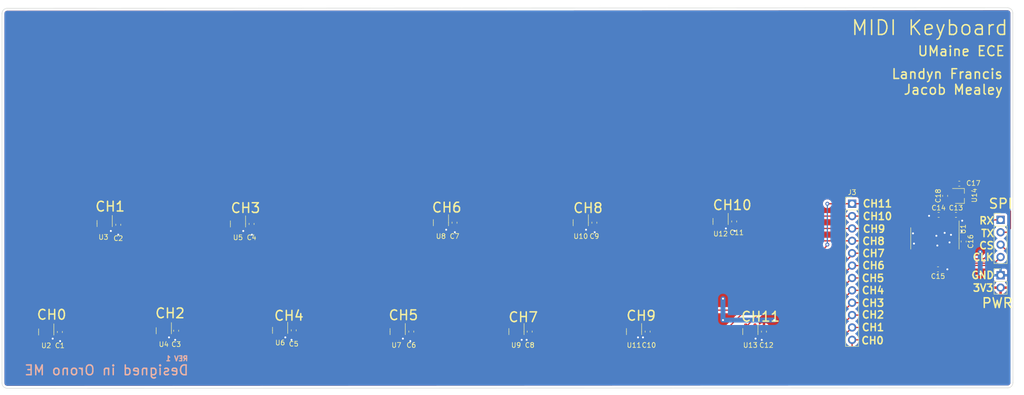
<source format=kicad_pcb>
(kicad_pcb (version 20211014) (generator pcbnew)
  (layers (0 "F.Cu" signal) (31 "B.Cu" signal) (34 "B.Paste" user) (35 "F.Paste" user) (36 "B.SilkS" user "B.Silkscreen") (37 "F.SilkS" user "F.Silkscreen") (38 "B.Mask" user) (39 "F.Mask" user) (44 "Edge.Cuts" user))
  (net 0 "")
  (net 1 "GND")
  (net 2 "+3.3V")
  (net 3 "+2V5")
  (net 4 "RX")
  (net 5 "TX")
  (net 6 "CS")
  (net 7 "SCLK")
  (net 8 "CH11")
  (net 9 "CH10")
  (net 10 "CH09")
  (net 11 "CH08")
  (net 12 "CH07")
  (net 13 "CH06")
  (net 14 "CH05")
  (net 15 "CH04")
  (net 16 "CH03")
  (net 17 "CH02")
  (net 18 "CH01")
  (net 19 "CH00")
  (net 22 "Net-(U1-Pad7)")
  (footprint "Capacitor_SMD:C_0603_1608Metric" (layer "F.Cu") (at 249.413 89.656)
    (fp_text reference "C13")
    (fp_text value "10uF")
  )
  (footprint "Capacitor_SMD:C_0603_1608Metric" (layer "F.Cu") (at 245.73 100.838 180)
    (fp_text reference "C15")
    (fp_text value "1uF")
  )
  (footprint "Package_TO_SOT_SMD:SOT-23" (layer "F.Cu") (at 110.69075 113.3625 -90)
    (fp_text reference "U6")
    (fp_text value "DRV5053")
  )
  (footprint "Connector_PinHeader_2.54mm:PinHeader_1x04_P2.54mm_Vertical" (layer "F.Cu") (at 258.572 90.688)
    (fp_text reference "J1" hide)
    (fp_text value "SPI Header" hide)
  )
  (footprint "Capacitor_SMD:C_0603_1608Metric" (layer "F.Cu") (at 113.48475 113.3625 90)
    (fp_text reference "C5")
    (fp_text value "1uF")
  )
  (footprint "Connector_PinHeader_2.54mm:PinHeader_1x02_P2.54mm_Vertical" (layer "F.Cu") (at 258.572 102.056)
    (fp_text reference "J2" hide)
    (fp_text value "Power Header" hide)
  )
  (footprint "Capacitor_SMD:C_0603_1608Metric" (layer "F.Cu") (at 210.00475 113.6165 90)
    (fp_text reference "C12")
    (fp_text value "1uF")
  )
  (footprint "Capacitor_SMD:C_0603_1608Metric" (layer "F.Cu") (at 245.857 89.656)
    (fp_text reference "C14")
    (fp_text value "1uF")
  )
  (footprint "Capacitor_SMD:C_0603_1608Metric" (layer "F.Cu") (at 146.492 91.2645 90)
    (fp_text reference "C7")
    (fp_text value "1uF")
  )
  (footprint "Capacitor_SMD:C_0603_1608Metric" (layer "F.Cu") (at 89.35475 113.441 90)
    (fp_text reference "C3")
    (fp_text value "1uF")
  )
  (footprint "Capacitor_SMD:C_0603_1608Metric" (layer "F.Cu") (at 250.994 95.123 -90)
    (fp_text reference "C16")
    (fp_text value "1uF")
  )
  (footprint "Capacitor_SMD:C_0603_1608Metric" (layer "F.Cu") (at 65.47875 113.695 90)
    (fp_text reference "C1")
    (fp_text value "1uF")
  )
  (footprint "Capacitor_SMD:C_0603_1608Metric" (layer "F.Cu") (at 175.194 91.2645 90)
    (fp_text reference "C9")
    (fp_text value "1uF")
  )
  (footprint "Capacitor_SMD:C_0603_1608Metric" (layer "F.Cu") (at 186.12875 113.6165 90)
    (fp_text reference "C10")
    (fp_text value "1uF")
  )
  (footprint "Package_TO_SOT_SMD:TSOT-23" (layer "F.Cu") (at 250.194 85.756)
    (fp_text reference "U14")
    (fp_text value "AP2138N-2.5" hide)
  )
  (footprint "Capacitor_SMD:C_0603_1608Metric" (layer "F.Cu") (at 203.896 91.0105 90)
    (fp_text reference "C11")
    (fp_text value "1uF")
  )
  (footprint "Package_TO_SOT_SMD:SOT-23" (layer "F.Cu") (at 102.042 91.5185 -90)
    (fp_text reference "U5")
    (fp_text value "DRV5053")
  )
  (footprint "Package_TO_SOT_SMD:SOT-23" (layer "F.Cu") (at 159.20475 113.6165 -90)
    (fp_text reference "U9")
    (fp_text value "DRV5053")
  )
  (footprint "Connector_PinHeader_2.54mm:PinHeader_1x12_P2.54mm_Vertical" (layer "F.Cu") (at 228.092 87.371)
    (fp_text reference "J3")
    (fp_text value "Key Channels")
  )
  (footprint "Capacitor_SMD:C_0603_1608Metric" (layer "F.Cu") (at 137.61475 113.6165 90)
    (fp_text reference "C6")
    (fp_text value "1uF")
  )
  (footprint "Package_TO_SOT_SMD:SOT-23" (layer "F.Cu") (at 74.676 91.44 -90)
    (fp_text reference "U3")
    (fp_text value "DRV5053")
  )
  (footprint "Capacitor_SMD:C_0603_1608Metric" (layer "F.Cu") (at 104.836 91.5185 90)
    (fp_text reference "C4")
    (fp_text value "1uF")
  )
  (footprint "Package_TO_SOT_SMD:SOT-23" (layer "F.Cu") (at 62.68475 113.695 -90)
    (fp_text reference "U2")
    (fp_text value "DRV5053")
  )
  (footprint "Package_TO_SOT_SMD:SOT-23" (layer "F.Cu") (at 134.82075 113.6165 -90)
    (fp_text reference "U7")
    (fp_text value "DRV5053")
  )
  (footprint "Capacitor_SMD:C_0603_1608Metric" (layer "F.Cu") (at 247.194 85.756 90)
    (fp_text reference "C18")
    (fp_text value "1uF")
  )
  (footprint "Package_TO_SOT_SMD:SOT-23" (layer "F.Cu") (at 143.698 91.2645 -90)
    (fp_text reference "U8")
    (fp_text value "DRV5053")
  )
  (footprint "Package_TO_SOT_SMD:SOT-23" (layer "F.Cu") (at 207.21075 113.6165 -90)
    (fp_text reference "U13")
    (fp_text value "DRV5053")
  )
  (footprint "Package_TO_SOT_SMD:SOT-23" (layer "F.Cu") (at 201.102 91.0105 -90)
    (fp_text reference "U12")
    (fp_text value "DRV5053")
  )
  (footprint "Capacitor_SMD:C_0603_1608Metric" (layer "F.Cu") (at 161.92025 113.6165 90)
    (fp_text reference "C8")
    (fp_text value "1uF")
  )
  (footprint "Package_TO_SOT_SMD:SOT-23" (layer "F.Cu") (at 172.4 91.2645 -90)
    (fp_text reference "U10")
    (fp_text value "DRV5053")
  )
  (footprint "Package_SO:TSSOP-38_4.4x9.7mm_P0.5mm" (layer "F.Cu") (at 245.095 94.488 -90)
    (fp_text reference "U1")
    (fp_text value "ADS7960")
  )
  (footprint "Capacitor_SMD:C_0603_1608Metric" (layer "F.Cu") (at 250.094 83.256 180)
    (fp_text reference "C17")
    (fp_text value "1uF")
  )
  (footprint "Package_TO_SOT_SMD:SOT-23" (layer "F.Cu") (at 183.33475 113.6165 -90)
    (fp_text reference "U11")
    (fp_text value "DRV5053")
  )
  (footprint "Package_TO_SOT_SMD:SOT-23" (layer "F.Cu") (at 86.81475 113.441 -90)
    (fp_text reference "U4")
    (fp_text value "DRV5053")
  )
  (footprint "Capacitor_SMD:C_0603_1608Metric" (layer "F.Cu") (at 77.47 91.694 90)
    (fp_text reference "C2")
    (fp_text value "1uF")
  )
  (gr_arc (start 261.116183 124.078183) (mid 260.794 124.856) (end 260.016183 125.178183) (layer "Edge.Cuts") (width 0.1))
  (gr_arc (start 259.994 47.156) (mid 260.771817 47.478183) (end 261.094 48.256) (layer "Edge.Cuts") (width 0.1))
  (gr_line (start 261.094 48.256) (end 261.116183 124.078183) (layer "Edge.Cuts") (width 0.1))
  (gr_line (start 260.016183 125.178183) (end 54.694 125.256) (layer "Edge.Cuts") (width 0.1))
  (gr_arc (start 53.594 48.356) (mid 53.916183 47.578183) (end 54.694 47.256) (layer "Edge.Cuts") (width 0.1))
  (gr_line (start 53.594 124.156) (end 53.594 48.356) (layer "Edge.Cuts") (width 0.1))
  (gr_line (start 54.694 47.256) (end 259.994 47.156) (layer "Edge.Cuts") (width 0.1))
  (gr_arc (start 54.694 125.256) (mid 53.916183 124.933817) (end 53.594 124.156) (layer "Edge.Cuts") (width 0.1))
  (gr_text "Designed in Orono ME " (at 74.294 121.556) (layer "B.SilkS") (effects (font (size 2 2) (thickness 0.3)) (justify mirror)))
  (gr_text "REV 1" (at 87.094 119.156) (layer "B.SilkS") (effects (font (size 1 1) (thickness 0.25)) (justify right mirror)))
  (gr_text "CH5\n" (at 135.994 110.256) (layer "F.SilkS") (effects (font (size 2 2) (thickness 0.3))))
  (gr_text "GND\n" (at 254.894 102.056) (layer "F.SilkS") (effects (font (size 1.5 1.5) (thickness 0.3))))
  (gr_text "CH1\n" (at 232.394 112.756) (layer "F.SilkS") (effects (font (size 1.5 1.5) (thickness 0.3))))
  (gr_text "MIDI Keyboard" (at 260.294 51.256) (layer "F.SilkS") (effects (font (size 3 3) (thickness 0.3)) (justify right)))
  (gr_text "UMaine ECE" (at 259.594 56.056) (layer "F.SilkS") (effects (font (size 2 2) (thickness 0.3)) (justify right)))
  (gr_text "CH7" (at 232.494 97.556) (layer "F.SilkS") (effects (font (size 1.5 1.5) (thickness 0.3))))
  (gr_text "CH6\n" (at 144.894 88.156) (layer "F.SilkS") (effects (font (size 2 2) (thickness 0.3))))
  (gr_text "CH0\n" (at 232.294 115.456) (layer "F.SilkS") (effects (font (size 1.5 1.5) (thickness 0.3))))
  (gr_text "CLK\n" (at 254.994 98.356) (layer "F.SilkS") (effects (font (size 1.5 1.5) (thickness 0.3))))
  (gr_text "TX\n" (at 255.894 93.456) (layer "F.SilkS") (effects (font (size 1.5 1.5) (thickness 0.3))))
  (gr_text "CH10" (at 203.494 87.656) (layer "F.SilkS") (effects (font (size 2 2) (thickness 0.3))))
  (gr_text "CH11" (at 209.294 110.556) (layer "F.SilkS") (effects (font (size 2 2) (thickness 0.3))))
  (gr_text "CH4" (at 112.494 110.356) (layer "F.SilkS") (effects (font (size 2 2) (thickness 0.3))))
  (gr_text "Landyn Francis\nJacob Mealey" (at 259.194 62.356) (layer "F.SilkS") (effects (font (size 2 2) (thickness 0.3)) (justify right)))
  (gr_text "CH7" (at 160.594 110.656) (layer "F.SilkS") (effects (font (size 2 2) (thickness 0.3))))
  (gr_text "PWR" (at 257.894 107.756) (layer "F.SilkS") (effects (font (size 2 2) (thickness 0.3))))
  (gr_text "CH3" (at 232.394 107.756) (layer "F.SilkS") (effects (font (size 1.5 1.5) (thickness 0.3))))
  (gr_text "CH10" (at 233.294 89.956) (layer "F.SilkS") (effects (font (size 1.5 1.5) (thickness 0.3))))
  (gr_text "CH11\n" (at 233.294 87.356) (layer "F.SilkS") (effects (font (size 1.5 1.5) (thickness 0.3))))
  (gr_text "3V3\n" (at 254.994 104.656) (layer "F.SilkS") (effects (font (size 1.5 1.5) (thickness 0.3))))
  (gr_text "CH8" (at 173.894 88.256) (layer "F.SilkS") (effects (font (size 2 2) (thickness 0.3))))
  (gr_text "CH2\n" (at 88.094 109.856) (layer "F.SilkS") (effects (font (size 2 2) (thickness 0.3))))
  (gr_text "CH8" (at 232.494 95.056) (layer "F.SilkS") (effects (font (size 1.5 1.5) (thickness 0.3))))
  (gr_text "CH9" (at 232.594 92.556) (layer "F.SilkS") (effects (font (size 1.5 1.5) (thickness 0.3))))
  (gr_text "CH3" (at 103.594 88.256) (layer "F.SilkS") (effects (font (size 2 2) (thickness 0.3))))
  (gr_text "CS\n" (at 255.694 95.956) (layer "F.SilkS") (effects (font (size 1.5 1.5) (thickness 0.3))))
  (gr_text "CH4" (at 232.394 105.156) (layer "F.SilkS") (effects (font (size 1.5 1.5) (thickness 0.3))))
  (gr_text "SPI" (at 258.594 87.356) (layer "F.SilkS") (effects (font (size 2 2) (thickness 0.3))))
  (gr_text "CH6" (at 232.494 100.056) (layer "F.SilkS") (effects (font (size 1.5 1.5) (thickness 0.3))))
  (gr_text "CH2" (at 232.394 110.156) (layer "F.SilkS") (effects (font (size 1.5 1.5) (thickness 0.3))))
  (gr_text "CH0\n" (at 63.794 110.156) (layer "F.SilkS") (effects (font (size 2 2) (thickness 0.3))))
  (gr_text "CH1\n" (at 75.794 87.956) (layer "F.SilkS") (effects (font (size 2 2) (thickness 0.3))))
  (gr_text "CH9" (at 184.794 110.356) (layer "F.SilkS") (effects (font (size 2 2) (thickness 0.3))))
  (gr_text "CH5" (at 232.394 102.656) (layer "F.SilkS") (effects (font (size 1.5 1.5) (thickness 0.3))))
  (gr_text "RX" (at 255.694 90.856) (layer "F.SilkS") (effects (font (size 1.5 1.5) (thickness 0.3))))
  (segment (start 183.33475 114.554) (end 183.896 114.554) (width 0.25) (layer "F.Cu") (net 1))
  (segment (start 159.512 114.554) (end 160.274 115.316) (width 0.25) (layer "F.Cu") (net 1))
  (segment (start 245.595 90.429) (end 245.082 89.916) (width 0.25) (layer "F.Cu") (net 1))
  (segment (start 87.4545 114.3785) (end 87.884 114.808) (width 0.25) (layer "F.Cu") (net 1))
  (segment (start 247.095 91.6255) (end 247.095 93.171) (width 0.25) (layer "F.Cu") (net 1))
  (segment (start 247.142 93.308) (end 247.094 93.356) (width 0.25) (layer "F.Cu") (net 1))
  (segment (start 245.082 89.916) (end 245.082 91.6125) (width 0.25) (layer "F.Cu") (net 1))
  (segment (start 207.772 114.554) (end 208.28 115.062) (width 0.25) (layer "F.Cu") (net 1))
  (segment (start 245.593478 93.218) (end 245.594 93.218522) (width 0.25) (layer "F.Cu") (net 1))
  (segment (start 172.974 92.202) (end 172.4 92.202) (width 0.25) (layer "F.Cu") (net 1))
  (segment (start 245.11 93.218) (end 245.593478 93.218) (width 0.25) (layer "F.Cu") (net 1))
  (segment (start 240.792 95.504) (end 240.792 95.554) (width 0.25) (layer "F.Cu") (net 1))
  (segment (start 247.142 93.218) (end 247.142 93.308) (width 0.25) (layer "F.Cu") (net 1))
  (segment (start 104.836 93.66) (end 104.902 93.726) (width 0.25) (layer "F.Cu") (net 1))
  (segment (start 146.492 92.0395) (end 146.492 93.152) (width 0.25) (layer "F.Cu") (net 1))
  (segment (start 207.21075 114.554) (end 207.772 114.554) (width 0.25) (layer "F.Cu") (net 1))
  (segment (start 113.48475 114.86125) (end 113.03 115.316) (width 0.25) (layer "F.Cu") (net 1))
  (segment (start 246.505 100.838) (end 247.65 100.838) (width 0.25) (layer "F.Cu") (net 1))
  (segment (start 248.595 91.6255) (end 248.595 93.543) (width 0.25) (layer "F.Cu") (net 1))
  (segment (start 74.676 92.3775) (end 75.3595 92.3775) (width 0.25) (layer "F.Cu") (net 1))
  (segment (start 245.595 91.6255) (end 245.595 90.429) (width 0.25) (layer "F.Cu") (net 1))
  (segment (start 250.188 90.35) (end 250.188 89.916) (width 0.25) (layer "F.Cu") (net 1))
  (segment (start 245.095 91.6255) (end 245.095 93.203) (width 0.25) (layer "F.Cu") (net 1))
  (segment (start 250.694 90.856) (end 250.188 90.35) (width 0.25) (layer "F.Cu") (net 1))
  (segment (start 161.92025 114.68575) (end 161.29 115.316) (width 0.25) (layer "F.Cu") (net 1))
  (segment (start 144.272 92.202) (end 144.78 92.71) (width 0.25) (layer "F.Cu") (net 1))
  (segment (start 102.616 92.456) (end 103.124 92.964) (width 0.25) (layer "F.Cu") (net 1))
  (segment (start 247.095 93.171) (end 247.142 93.218) (width 0.25) (layer "F.Cu") (net 1))
  (segment (start 245.594 93.218522) (end 245.594522 93.218) (width 0.25) (layer "F.Cu") (net 1))
  (segment (start 89.35475 114.216) (end 89.35475 115.11525) (width 0.25) (layer "F.Cu") (net 1))
  (segment (start 183.896 114.554) (end 184.15 114.808) (width 0.25) (layer "F.Cu") (net 1))
  (segment (start 245.594 93.218522) (end 245.594 93.756) (width 0.25) (layer "F.Cu") (net 1))
  (segment (start 201.102 91.948) (end 201.676 91.948) (width 0.25) (layer "F.Cu") (net 1))
  (segment (start 240.792 95.554) (end 240.794 95.556) (width 0.25) (layer "F.Cu") (net 1))
  (segment (start 65.47875 115.51675) (end 65.532 115.57) (width 0.25) (layer "F.Cu") (net 1))
  (segment (start 248.412 93.726) (end 248.412 93.738) (width 0.25) (layer "F.Cu") (net 1))
  (segment (start 240.595 97.3505) (end 240.595 95.701) (width 0.25) (layer "F.Cu") (net 1))
  (segment (start 210.00475 114.3915) (end 210.00475 114.86125) (width 0.25) (layer "F.Cu") (net 1))
  (segment (start 159.20475 114.554) (end 159.512 114.554) (width 0.25) (layer "F.Cu") (net 1))
  (segment (start 62.68475 114.6325) (end 63.5785 114.6325) (width 0.25) (layer "F.Cu") (net 1))
  (segment (start 250.81 93.272) (end 250.81 94.348) (width 0.25) (layer "F.Cu") (net 1))
  (segment (start 240.595 95.701) (end 240.792 95.504) (width 0.25) (layer "F.Cu") (net 1))
  (segment (start 248.095 97.3505) (end 248.095 95.313) (width 0.25) (layer "F.Cu") (net 1))
  (segment (start 173.482 92.71) (end 172.974 92.202) (width 0.25) (layer "F.Cu") (net 1))
  (segment (start 137.61475 114.3915) (end 137.61475 115.36925) (width 0.25) (layer "F.Cu") (net 1))
  (segment (start 203.896 91.7855) (end 203.896 92.898) (width 0.25) (layer "F.Cu") (net 1))
  (segment (start 243.954 89.916) (end 243.894 89.856) (width 0.25) (layer "F.Cu") (net 1))
  (segment (start 175.26 93.218) (end 175.26 93.096) (width 0.25) (layer "F.Cu") (net 1))
  (segment (start 146.492 93.152) (end 146.558 93.218) (width 0.25) (layer "F.Cu") (net 1))
  (segment (start 161.92025 114.3915) (end 161.92025 114.68575) (width 0.25) (layer "F.Cu") (net 1))
  (segment (start 210.00475 114.86125) (end 209.55 115.316) (width 0.25) (layer "F.Cu") (net 1))
  (segment (start 175.26 93.096) (end 175.194 93.03) (width 0.25) (layer "F.Cu") (net 1))
  (segment (start 245.594 93.756) (end 245.394 93.956) (width 0.25) (layer "F.Cu") (net 1))
  (segment (start 240.595 91.6255) (end 240.595 93.415) (width 0.25) (layer "F.Cu") (net 1))
  (segment (start 102.042 92.456) (end 102.616 92.456) (width 0.25) (layer "F.Cu") (net 1))
  (segment (start 110.69075 114.3) (end 111.252 114.3) (width 0.25) (layer "F.Cu") (net 1))
  (segment (start 175.194 93.03) (end 175.194 92.0395) (width 0.25) (layer "F.Cu") (net 1))
  (segment (start 245.095 93.203) (end 245.11 93.218) (width 0.25) (layer "F.Cu") (net 1))
  (segment (start 245.595 96.035) (end 245.618 96.012) (width 0.25) (layer "F.Cu") (net 1))
  (segment (start 134.82075 114.554) (end 135.382 114.554) (width 0.25) (layer "F.Cu") (net 1))
  (segment (start 248.595 93.543) (end 248.412 93.726) (width 0.25) (layer "F.Cu") (net 1))
  (segment (start 65.47875 114.47) (end 65.47875 115.51675) (width 0.25) (layer "F.Cu") (net 1))
  (segment (start 245.595 97.3505) (end 245.595 96.035) (width 0.25) (layer "F.Cu") (net 1))
  (segment (start 113.48475 114.1375) (end 113.48475 114.86125) (width 0.25) (layer "F.Cu") (net 1))
  (segment (start 135.382 114.554) (end 135.89 115.062) (width 0.25) (layer "F.Cu") (net 1))
  (segment (start 250.594 93.056) (end 250.81 93.272) (width 0.25) (layer "F.Cu") (net 1))
  (segment (start 77.47 92.469) (end 77.47 93.726) (width 0.25) (layer "F.Cu") (net 1))
  (segment (start 185.5825 114.3915) (end 185.166 114.808) (width 0.25) (layer "F.Cu") (net 1))
  (segment (start 245.595 91.6255) (end 245.595 93.195) (width 0.25) (layer "F.Cu") (net 1))
  (segment (start 245.082 91.6125) (end 245.095 91.6255) (width 0.25) (layer "F.Cu") (net 1))
  (segment (start 104.836 92.2935) (end 104.836 93.66) (width 0.25) (layer "F.Cu") (net 1))
  (segment (start 89.35475 115.11525) (end 89.154 115.316) (width 0.25) (layer "F.Cu") (net 1))
  (segment (start 86.81475 114.3785) (end 87.4545 114.3785) (width 0.25) (layer "F.Cu") (net 1))
  (segment (start 201.676 91.948) (end 202.184 92.456) (width 0.25) (layer "F.Cu") (net 1))
  (segment (start 186.12875 114.3915) (end 185.5825 114.3915) (width 0.25) (layer "F.Cu") (net 1))
  (segment (start 75.3595 92.3775) (end 75.946 92.964) (width 0.25) (layer "F.Cu") (net 1))
  (segment (start 111.252 114.3) (end 111.76 114.808) (width 0.25) (layer "F.Cu") (net 1))
  (segment (start 63.5785 114.6325) (end 64.008 115.062) (width 0.25) (layer "F.Cu") (net 1))
  (segment (start 245.082 89.916) (end 243.954 89.916) (width 0.25) (layer "F.Cu") (net 1))
  (segment (start 248.412 93.738) (end 248.394 93.756) (width 0.25) (layer "F.Cu") (net 1))
  (segment (start 137.61475 115.36925) (end 137.414 115.57) (width 0.25) (layer "F.Cu") (net 1))
  (segment (start 143.698 92.202) (end 144.272 92.202) (width 0.25) (layer "F.Cu") (net 1))
  (segment (start 203.896 92.898) (end 203.962 92.964) (width 0.25) (layer "F.Cu") (net 1))
  (via (at 104.902 93.726) (size 0.8) (drill 0.4) (layers "F.Cu" "B.Cu") (net 1))
  (via (at 203.962 92.964) (size 0.8) (drill 0.4) (layers "F.Cu" "B.Cu") (net 1))
  (via (at 87.884 114.808) (size 0.8) (drill 0.4) (layers "F.Cu" "B.Cu") (net 1))
  (via (at 247.65 100.838) (size 0.8) (drill 0.4) (layers "F.Cu" "B.Cu") (net 1))
  (via (at 185.166 114.808) (size 0.8) (drill 0.4) (layers "F.Cu" "B.Cu") (net 1))
  (via (at 111.76 114.808) (size 0.8) (drill 0.4) (layers "F.Cu" "B.Cu") (net 1))
  (via (at 77.47 93.726) (size 0.8) (drill 0.4) (layers "F.Cu" "B.Cu") (net 1))
  (via (at 175.26 93.218) (size 0.8) (drill 0.4) (layers "F.Cu" "B.Cu") (net 1))
  (via (at 245.394 93.956) (size 0.8) (drill 0.4) (layers "F.Cu" "B.Cu") (net 1))
  (via (at 248.394 93.756) (size 0.8) (drill 0.4) (layers "F.Cu" "B.Cu") (net 1))
  (via (at 65.532 115.57) (size 0.8) (drill 0.4) (layers "F.Cu" "B.Cu") (net 1))
  (via (at 103.124 92.964) (size 0.8) (drill 0.4) (layers "F.Cu" "B.Cu") (net 1))
  (via (at 137.414 115.57) (size 0.8) (drill 0.4) (layers "F.Cu" "B.Cu") (net 1))
  (via (at 202.184 92.456) (size 0.8) (drill 0.4) (layers "F.Cu" "B.Cu") (net 1))
  (via (at 160.274 115.316) (size 0.8) (drill 0.4) (layers "F.Cu" "B.Cu") (net 1))
  (via (at 184.15 114.808) (size 0.8) (drill 0.4) (layers "F.Cu" "B.Cu") (net 1))
  (via (at 89.154 115.316) (size 0.8) (drill 0.4) (layers "F.Cu" "B.Cu") (net 1))
  (via (at 75.946 92.964) (size 0.8) (drill 0.4) (layers "F.Cu" "B.Cu") (net 1))
  (via (at 250.594 93.056) (size 0.8) (drill 0.4) (layers "F.Cu" "B.Cu") (net 1))
  (via (at 135.89 115.062) (size 0.8) (drill 0.4) (layers "F.Cu" "B.Cu") (net 1))
  (via (at 245.594 95.956) (size 0.8) (drill 0.4) (layers "F.Cu" "B.Cu") (net 1))
  (via (at 113.03 115.316) (size 0.8) (drill 0.4) (layers "F.Cu" "B.Cu") (net 1))
  (via (at 248.095 95.313) (size 0.8) (drill 0.4) (layers "F.Cu" "B.Cu") (net 1))
  (via (at 240.794 95.556) (size 0.8) (drill 0.4) (layers "F.Cu" "B.Cu") (net 1))
  (via (at 250.694 90.856) (size 0.8) (drill 0.4) (layers "F.Cu" "B.Cu") (net 1))
  (via (at 247.094 93.356) (size 0.8) (drill 0.4) (layers "F.Cu" "B.Cu") (net 1))
  (via (at 209.55 115.316) (size 0.8) (drill 0.4) (layers "F.Cu" "B.Cu") (net 1))
  (via (at 144.78 92.71) (size 0.8) (drill 0.4) (layers "F.Cu" "B.Cu") (net 1))
  (via (at 208.28 115.062) (size 0.8) (drill 0.4) (layers "F.Cu" "B.Cu") (net 1))
  (via (at 64.008 115.062) (size 0.8) (drill 0.4) (layers "F.Cu" "B.Cu") (net 1))
  (via (at 243.894 89.856) (size 0.8) (drill 0.4) (layers "F.Cu" "B.Cu") (net 1))
  (via (at 240.594 93.456) (size 0.8) (drill 0.4) (layers "F.Cu" "B.Cu") (net 1))
  (via (at 146.558 93.218) (size 0.8) (drill 0.4) (layers "F.Cu" "B.Cu") (net 1))
  (via (at 161.29 115.316) (size 0.8) (drill 0.4) (layers "F.Cu" "B.Cu") (net 1))
  (via (at 173.482 92.71) (size 0.8) (drill 0.4) (layers "F.Cu" "B.Cu") (net 1))
  (segment locked (start 137.45225 112.679) (end 137.61475 112.8415) (width 0.25) (layer "F.Cu") (net 2))
  (segment locked (start 89.19225 112.5035) (end 89.35475 112.666) (width 0.25) (layer "F.Cu") (net 2))
  (segment (start 248.595 97.3505) (end 248.595 96.547315) (width 0.25) (layer "F.Cu") (net 2))
  (segment locked (start 135.77075 112.679) (end 137.45225 112.679) (width 0.25) (layer "F.Cu") (net 2))
  (segment locked (start 111.64075 112.425) (end 113.32225 112.425) (width 0.25) (layer "F.Cu") (net 2))
  (segment (start 247.595 91.6255) (end 247.595 90.384) (width 0.25) (layer "F.Cu") (net 2))
  (segment locked (start 77.3075 90.7565) (end 77.47 90.919) (width 0.25) (layer "F.Cu") (net 2))
  (segment locked (start 87.51075 112.5035) (end 89.19225 112.5035) (width 0.25) (layer "F.Cu") (net 2))
  (segment locked (start 202.052 90.073) (end 203.7335 90.073) (width 0.25) (layer "F.Cu") (net 2))
  (segment locked (start 113.32225 112.425) (end 113.48475 112.5875) (width 0.25) (layer "F.Cu") (net 2))
  (segment locked (start 75.626 90.7565) (end 77.3075 90.7565) (width 0.25) (layer "F.Cu") (net 2))
  (segment (start 249.244315 95.898) (end 250.81 95.898) (width 0.25) (layer "F.Cu") (net 2))
  (segment locked (start 208.16075 112.679) (end 209.84225 112.679) (width 0.25) (layer "F.Cu") (net 2))
  (segment locked (start 175.0315 90.327) (end 175.194 90.4895) (width 0.25) (layer "F.Cu") (net 2))
  (segment locked (start 173.35 90.327) (end 175.0315 90.327) (width 0.25) (layer "F.Cu") (net 2))
  (segment locked (start 160.15475 112.679) (end 161.75775 112.679) (width 0.25) (layer "F.Cu") (net 2))
  (segment (start 248.595 96.547315) (end 249.244315 95.898) (width 0.25) (layer "F.Cu") (net 2))
  (segment locked (start 203.7335 90.073) (end 203.896 90.2355) (width 0.25) (layer "F.Cu") (net 2))
  (segment locked (start 63.63475 112.7575) (end 65.31625 112.7575) (width 0.25) (layer "F.Cu") (net 2))
  (segment (start 247.595 90.384) (end 247.127 89.916) (width 0.25) (layer "F.Cu") (net 2))
  (segment locked (start 146.3295 90.327) (end 146.492 90.4895) (width 0.25) (layer "F.Cu") (net 2))
  (segment locked (start 65.31625 112.7575) (end 65.47875 112.92) (width 0.25) (layer "F.Cu") (net 2))
  (segment locked (start 144.648 90.327) (end 146.3295 90.327) (width 0.25) (layer "F.Cu") (net 2))
  (segment locked (start 185.96625 112.679) (end 186.12875 112.8415) (width 0.25) (layer "F.Cu") (net 2))
  (segment (start 247.127 89.916) (end 246.632 89.916) (width 0.25) (layer "F.Cu") (net 2))
  (segment locked (start 104.6735 90.581) (end 104.836 90.7435) (width 0.25) (layer "F.Cu") (net 2))
  (segment (start 245.095 97.3505) (end 245.095 100.698) (width 0.25) (layer "F.Cu") (net 2))
  (segment locked (start 209.84225 112.679) (end 210.00475 112.8415) (width 0.25) (layer "F.Cu") (net 2))
  (segment locked (start 184.28475 112.679) (end 185.96625 112.679) (width 0.25) (layer "F.Cu") (net 2))
  (segment locked (start 102.992 90.581) (end 104.6735 90.581) (width 0.25) (layer "F.Cu") (net 2))
  (segment locked (start 161.75775 112.679) (end 161.92025 112.8415) (width 0.25) (layer "F.Cu") (net 2))
  (segment (start 245.095 100.698) (end 244.955 100.838) (width 0.25) (layer "F.Cu") (net 2))
  (via (at 254.394 97.256) (size 0.8) (drill 0.4) (layers "F.Cu" "B.Cu") (net 2))
  (via (at 201.594 106.856) (size 0.8) (drill 0.4) (layers "F.Cu" "B.Cu") (net 2))
  (via (at 201.594 111.256) (size 0.8) (drill 0.4) (layers "F.Cu" "B.Cu") (net 2))
  (via (at 254.394 101.756) (size 0.8) (drill 0.4) (layers "F.Cu" "B.Cu") (net 2))
  (via (at 212.094 111.256) (size 0.8) (drill 0.4) (layers "F.Cu" "B.Cu") (net 2))
  (segment (start 201.594 111.256) (end 212.094 111.256) (width 1) (layer "B.Cu") (net 2))
  (segment (start 254.394 101.756) (end 254.394 97.256) (width 1) (layer "B.Cu") (net 2))
  (segment (start 201.594 111.256) (end 201.594 106.856) (width 1) (layer "B.Cu") (net 2))
  (segment (start 248.095 91.6255) (end 248.095 90.459) (width 0.25) (layer "F.Cu") (net 3))
  (segment (start 248.095 90.459) (end 248.638 89.916) (width 0.25) (layer "F.Cu") (net 3))
  (segment (start 247.095 97.3505) (end 247.095 98.774) (width 0.25) (layer "F.Cu") (net 4))
  (segment (start 247.095 98.774) (end 247.439 99.118) (width 0.25) (layer "F.Cu") (net 4))
  (segment (start 256.794 98.044) (end 256.794 91.186) (width 0.25) (layer "F.Cu") (net 4))
  (segment (start 257.292 90.688) (end 258.572 90.688) (width 0.25) (layer "F.Cu") (net 4))
  (segment (start 255.72 99.118) (end 256.794 98.044) (width 0.25) (layer "F.Cu") (net 4))
  (segment (start 247.439 99.118) (end 255.72 99.118) (width 0.25) (layer "F.Cu") (net 4))
  (segment (start 256.794 91.186) (end 257.292 90.688) (width 0.25) (layer "F.Cu") (net 4))
  (segment (start 259.832 93.228) (end 258.572 93.228) (width 0.25) (layer "F.Cu") (net 5))
  (segment (start 260.604 88.9) (end 260.604 92.456) (width 0.25) (layer "F.Cu") (net 5))
  (segment (start 247.595 98.512) (end 247.751 98.668) (width 0.25) (layer "F.Cu") (net 5))
  (segment (start 256.032 97.79) (end 256.032 89.154) (width 0.25) (layer "F.Cu") (net 5))
  (segment (start 260.604 92.456) (end 259.832 93.228) (width 0.25) (layer "F.Cu") (net 5))
  (segment (start 247.595 97.3505) (end 247.595 98.512) (width 0.25) (layer "F.Cu") (net 5))
  (segment (start 256.032 89.154) (end 256.54 88.646) (width 0.25) (layer "F.Cu") (net 5))
  (segment (start 260.35 88.646) (end 260.604 88.9) (width 0.25) (layer "F.Cu") (net 5))
  (segment (start 247.751 98.668) (end 255.154 98.668) (width 0.25) (layer "F.Cu") (net 5))
  (segment (start 256.54 88.646) (end 260.35 88.646) (width 0.25) (layer "F.Cu") (net 5))
  (segment (start 255.154 98.668) (end 256.032 97.79) (width 0.25) (layer "F.Cu") (net 5))
  (segment (start 250.137 100.038) (end 259.118 100.038) (width 0.25) (layer "F.Cu") (net 6))
  (segment (start 260.096 99.06) (end 260.096 97.292) (width 0.25) (layer "F.Cu") (net 6))
  (segment (start 246.095 99.298) (end 246.835 100.038) (width 0.25) (layer "F.Cu") (net 6))
  (segment (start 246.873 100.038) (end 250.137 100.038) (width 0.25) (layer "F.Cu") (net 6))
  (segment (start 259.118 100.038) (end 260.096 99.06) (width 0.25) (layer "F.Cu") (net 6))
  (segment (start 246.095 97.3505) (end 246.095 99.298) (width 0.25) (layer "F.Cu") (net 6))
  (segment (start 246.835 100.038) (end 246.873 100.038) (width 0.25) (layer "F.Cu") (net 6))
  (segment (start 260.096 97.292) (end 258.572 95.768) (width 0.25) (layer "F.Cu") (net 6))
  (segment (start 246.595 99.036) (end 247.127 99.568) (width 0.25) (layer "F.Cu") (net 7))
  (segment (start 247.127 99.568) (end 257.312 99.568) (width 0.25) (layer "F.Cu") (net 7))
  (segment (start 246.595 97.3505) (end 246.595 99.036) (width 0.25) (layer "F.Cu") (net 7))
  (segment (start 257.312 99.568) (end 258.572 98.308) (width 0.25) (layer "F.Cu") (net 7))
  (segment (start 222.758 96.012) (end 223.012 95.758) (width 0.25) (layer "F.Cu") (net 8))
  (segment (start 241.336188 88.82) (end 237.918 88.82) (width 0.25) (layer "F.Cu") (net 8))
  (segment (start 206.26075 112.679) (end 222.758 96.18175) (width 0.25) (layer "F.Cu") (net 8))
  (segment (start 237.918 88.82) (end 236.469 87.371) (width 0.25) (layer "F.Cu") (net 8))
  (segment (start 236.469 87.371) (end 228.092 87.371) (width 0.25) (layer "F.Cu") (net 8))
  (segment (start 223.012 87.376) (end 224.79 87.376) (width 0.25) (layer "F.Cu") (net 8))
  (segment (start 242.57 91.6505) (end 242.57 90.053812) (width 0.25) (layer "F.Cu") (net 8))
  (segment (start 224.79 87.376) (end 224.795 87.371) (width 0.25) (layer "F.Cu") (net 8))
  (segment (start 242.57 90.053812) (end 241.336188 88.82) (width 0.25) (layer "F.Cu") (net 8))
  (segment (start 242.595 91.6255) (end 242.57 91.6505) (width 0.25) (layer "F.Cu") (net 8))
  (segment (start 222.758 96.18175) (end 222.758 96.012) (width 0.25) (layer "F.Cu") (net 8))
  (segment (start 224.795 87.371) (end 228.092 87.371) (width 0.25) (layer "F.Cu") (net 8))
  (via (at 223.012 87.376) (size 0.8) (drill 0.4) (layers "F.Cu" "B.Cu") (net 8))
  (via (at 223.012 95.758) (size 0.8) (drill 0.4) (layers "F.Cu" "B.Cu") (net 8))
  (segment (start 223.012 95.758) (end 223.012 87.376) (width 0.25) (layer "B.Cu") (net 8))
  (segment (start 220.731 89.911) (end 228.092 89.911) (width 0.25) (layer "F.Cu") (net 9))
  (segment (start 242.095 91.6255) (end 242.095 90.215208) (width 0.25) (layer "F.Cu") (net 9))
  (segment (start 237.374 89.27) (end 236.728 89.916) (width 0.25) (layer "F.Cu") (net 9))
  (segment (start 201.93 96.266) (end 214.376 96.266) (width 0.25) (layer "F.Cu") (net 9))
  (segment (start 214.376 96.266) (end 220.731 89.911) (width 0.25) (layer "F.Cu") (net 9))
  (segment (start 200.152 94.488) (end 201.93 96.266) (width 0.25) (layer "F.Cu") (net 9))
  (segment (start 241.149792 89.27) (end 237.374 89.27) (width 0.25) (layer "F.Cu") (net 9))
  (segment (start 242.095 90.215208) (end 241.149792 89.27) (width 0.25) (layer "F.Cu") (net 9))
  (segment (start 236.723 89.911) (end 228.092 89.911) (width 0.25) (layer "F.Cu") (net 9))
  (segment (start 236.728 89.916) (end 236.723 89.911) (width 0.25) (layer "F.Cu") (net 9))
  (segment (start 200.152 90.073) (end 200.152 94.488) (width 0.25) (layer "F.Cu") (net 9))
  (segment (start 238.194 89.72) (end 235.526 92.388) (width 0.25) (layer "F.Cu") (net 10))
  (segment (start 203.708 109.22) (end 203.962 109.22) (width 0.25) (layer "F.Cu") (net 10))
  (segment (start 240.963396 89.72) (end 240.226 89.72) (width 0.25) (layer "F.Cu") (net 10))
  (segment (start 240.963396 89.72) (end 238.194 89.72) (width 0.25) (layer "F.Cu") (net 10))
  (segment (start 182.38475 111.74725) (end 184.912 109.22) (width 0.25) (layer "F.Cu") (net 10))
  (segment (start 238.194 89.72) (end 235.463 92.451) (width 0.25) (layer "F.Cu") (net 10))
  (segment (start 235.463 92.451) (end 228.092 92.451) (width 0.25) (layer "F.Cu") (net 10))
  (segment (start 203.962 109.22) (end 220.731 92.451) (width 0.25) (layer "F.Cu") (net 10))
  (segment (start 184.912 109.22) (end 203.708 109.22) (width 0.25) (layer "F.Cu") (net 10))
  (segment (start 220.731 92.451) (end 228.092 92.451) (width 0.25) (layer "F.Cu") (net 10))
  (segment (start 241.595 91.6255) (end 241.595 90.351604) (width 0.25) (layer "F.Cu") (net 10))
  (segment (start 241.595 90.351604) (end 240.963396 89.72) (width 0.25) (layer "F.Cu") (net 10))
  (segment (start 240.226 89.72) (end 238.194 89.72) (width 0.25) (layer "F.Cu") (net 10))
  (segment (start 182.38475 112.679) (end 182.38475 111.74725) (width 0.25) (layer "F.Cu") (net 10))
  (segment (start 220.477 94.991) (end 228.092 94.991) (width 0.25) (layer "F.Cu") (net 11))
  (segment (start 240.777 90.17) (end 238.76 90.17) (width 0.25) (layer "F.Cu") (net 11))
  (segment (start 171.45 90.327) (end 171.45 114.3) (width 0.25) (layer "F.Cu") (net 11))
  (segment (start 199.644 115.824) (end 220.477 94.991) (width 0.25) (layer "F.Cu") (net 11))
  (segment (start 172.974 115.824) (end 199.644 115.824) (width 0.25) (layer "F.Cu") (net 11))
  (segment (start 233.929 94.991) (end 228.092 94.991) (width 0.25) (layer "F.Cu") (net 11))
  (segment (start 241.095 90.488) (end 240.777 90.17) (width 0.25) (layer "F.Cu") (net 11))
  (segment (start 171.45 114.3) (end 172.974 115.824) (width 0.25) (layer "F.Cu") (net 11))
  (segment (start 238.76 90.17) (end 233.934 94.996) (width 0.25) (layer "F.Cu") (net 11))
  (segment (start 233.934 94.996) (end 233.929 94.991) (width 0.25) (layer "F.Cu") (net 11))
  (segment (start 241.095 91.6255) (end 241.095 90.488) (width 0.25) (layer "F.Cu") (net 11))
  (segment (start 236.118 98.704) (end 234.945 97.531) (width 0.25) (layer "F.Cu") (net 12))
  (segment (start 241.095 97.3505) (end 241.095 98.488) (width 0.25) (layer "F.Cu") (net 12))
  (segment (start 228.092 97.884) (end 228.092 97.531) (width 0.25) (layer "F.Cu") (net 12))
  (segment (start 240.879 98.704) (end 236.118 98.704) (width 0.25) (layer "F.Cu") (net 12))
  (segment (start 158.25475 116.59875) (end 158.2675 116.586) (width 0.25) (layer "F.Cu") (net 12))
  (segment (start 158.25475 112.679) (end 158.25475 116.59875) (width 0.25) (layer "F.Cu") (net 12))
  (segment (start 158.2675 116.586) (end 209.39 116.586) (width 0.25) (layer "F.Cu") (net 12))
  (segment (start 234.945 97.531) (end 228.092 97.531) (width 0.25) (layer "F.Cu") (net 12))
  (segment (start 209.39 116.586) (end 228.092 97.884) (width 0.25) (layer "F.Cu") (net 12))
  (segment (start 241.095 98.488) (end 240.879 98.704) (width 0.25) (layer "F.Cu") (net 12))
  (segment (start 142.748 112.522) (end 147.61 117.384) (width 0.25) (layer "F.Cu") (net 13))
  (segment (start 147.61 117.384) (end 210.779 117.384) (width 0.25) (layer "F.Cu") (net 13))
  (segment (start 235.204 100.076) (end 235.199 100.071) (width 0.25) (layer "F.Cu") (net 13))
  (segment (start 235.199 100.071) (end 228.092 100.071) (width 0.25) (layer "F.Cu") (net 13))
  (segment (start 210.779 117.384) (end 228.092 100.071) (width 0.25) (layer "F.Cu") (net 13))
  (segment (start 236.126 99.154) (end 235.204 100.076) (width 0.25) (layer "F.Cu") (net 13))
  (segment (start 241.191 99.154) (end 236.126 99.154) (width 0.25) (layer "F.Cu") (net 13))
  (segment (start 241.595 98.75) (end 241.191 99.154) (width 0.25) (layer "F.Cu") (net 13))
  (segment (start 241.595 97.3505) (end 241.595 98.75) (width 0.25) (layer "F.Cu") (net 13))
  (segment (start 142.748 90.327) (end 142.748 112.522) (width 0.25) (layer "F.Cu") (net 13))
  (segment (start 133.87075 112.679) (end 133.87075 115.83675) (width 0.25) (layer "F.Cu") (net 14))
  (segment (start 136.144 118.11) (end 212.593 118.11) (width 0.25) (layer "F.Cu") (net 14))
  (segment (start 233.68 102.616) (end 233.675 102.611) (width 0.25) (layer "F.Cu") (net 14))
  (segment (start 233.675 102.611) (end 228.092 102.611) (width 0.25) (layer "F.Cu") (net 14))
  (segment (start 212.593 118.11) (end 228.092 102.611) (width 0.25) (layer "F.Cu") (net 14))
  (segment (start 133.87075 115.83675) (end 136.144 118.11) (width 0.25) (layer "F.Cu") (net 14))
  (segment (start 242.095 99.009208) (end 241.500208 99.604) (width 0.25) (layer "F.Cu") (net 14))
  (segment (start 242.095 97.3505) (end 242.095 99.009208) (width 0.25) (layer "F.Cu") (net 14))
  (segment (start 241.500208 99.604) (end 236.692 99.604) (width 0.25) (layer "F.Cu") (net 14))
  (segment (start 236.692 99.604) (end 233.68 102.616) (width 0.25) (layer "F.Cu") (net 14))
  (segment (start 237.258 100.054) (end 232.161 105.151) (width 0.25) (layer "F.Cu") (net 15))
  (segment (start 242.595 97.3505) (end 242.595 99.1) (width 0.25) (layer "F.Cu") (net 15))
  (segment (start 109.74075 115.70925) (end 112.9035 118.872) (width 0.25) (layer "F.Cu") (net 15))
  (segment (start 242.595 99.1) (end 242.617802 99.122802) (width 0.25) (layer "F.Cu") (net 15))
  (segment (start 232.161 105.151) (end 228.092 105.151) (width 0.25) (layer "F.Cu") (net 15))
  (segment (start 241.686604 100.054) (end 237.258 100.054) (width 0.25) (layer "F.Cu") (net 15))
  (segment (start 242.617802 99.122802) (end 241.686604 100.054) (width 0.25) (layer "F.Cu") (net 15))
  (segment (start 214.371 118.872) (end 228.092 105.151) (width 0.25) (layer "F.Cu") (net 15))
  (segment (start 112.9035 118.872) (end 214.371 118.872) (width 0.25) (layer "F.Cu") (net 15))
  (segment (start 109.74075 112.425) (end 109.74075 115.70925) (width 0.25) (layer "F.Cu") (net 15))
  (segment (start 228.092 107.691) (end 232.415 107.691) (width 0.25) (layer "F.Cu") (net 16))
  (segment (start 234.188 104.14) (end 237.824 100.504) (width 0.25) (layer "F.Cu") (net 16))
  (segment (start 109.728 119.634) (end 216.149 119.634) (width 0.25) (layer "F.Cu") (net 16))
  (segment (start 237.824 100.504) (end 241.873 100.504) (width 0.25) (layer "F.Cu") (net 16))
  (segment (start 232.415 107.691) (end 234.188 105.918) (width 0.25) (layer "F.Cu") (net 16))
  (segment (start 101.092 90.581) (end 101.092 110.998) (width 0.25) (layer "F.Cu") (net 16))
  (segment (start 216.149 119.634) (end 228.092 107.691) (width 0.25) (layer "F.Cu") (net 16))
  (segment (start 234.188 105.918) (end 234.188 104.14) (width 0.25) (layer "F.Cu") (net 16))
  (segment (start 101.092 110.998) (end 109.728 119.634) (width 0.25) (layer "F.Cu") (net 16))
  (segment (start 243.095 99.282) (end 243.095 97.3505) (width 0.25) (layer "F.Cu") (net 16))
  (segment (start 241.873 100.504) (end 243.095 99.282) (width 0.25) (layer "F.Cu") (net 16))
  (segment (start 235.458 103.886) (end 235.458 107.188) (width 0.25) (layer "F.Cu") (net 17))
  (segment (start 85.86475 115.83675) (end 90.424 120.396) (width 0.25) (layer "F.Cu") (net 17))
  (segment (start 90.424 120.396) (end 217.927 120.396) (width 0.25) (layer "F.Cu") (net 17))
  (segment (start 243.595 97.3505) (end 243.595 99.541208) (width 0.25) (layer "F.Cu") (net 17))
  (segment (start 243.595 99.541208) (end 242.182208 100.954) (width 0.25) (layer "F.Cu") (net 17))
  (segment (start 217.927 120.396) (end 228.092 110.231) (width 0.25) (layer "F.Cu") (net 17))
  (segment (start 85.86475 112.5035) (end 85.86475 115.83675) (width 0.25) (layer "F.Cu") (net 17))
  (segment (start 232.415 110.231) (end 228.092 110.231) (width 0.25) (layer "F.Cu") (net 17))
  (segment (start 238.39 100.954) (end 235.458 103.886) (width 0.25) (layer "F.Cu") (net 17))
  (segment (start 242.182208 100.954) (end 238.39 100.954) (width 0.25) (layer "F.Cu") (net 17))
  (segment (start 235.458 107.188) (end 232.415 110.231) (width 0.25) (layer "F.Cu") (net 17))
  (segment (start 233.177 112.771) (end 235.712 110.236) (width 0.25) (layer "F.Cu") (net 18))
  (segment (start 78.994 121.158) (end 219.705 121.158) (width 0.25) (layer "F.Cu") (net 18))
  (segment (start 244.095 97.3505) (end 244.095 99.677604) (width 0.25) (layer "F.Cu") (net 18))
  (segment (start 73.726 115.89) (end 78.994 121.158) (width 0.25) (layer "F.Cu") (net 18))
  (segment (start 73.726 90.5025) (end 73.726 115.89) (width 0.25) (layer "F.Cu") (net 18))
  (segment (start 219.705 121.158) (end 228.092 112.771) (width 0.25) (layer "F.Cu") (net 18))
  (segment (start 244.095 99.677604) (end 242.368604 101.404) (width 0.25) (layer "F.Cu") (net 18))
  (segment (start 236.22 109.728) (end 236.22 104.14) (width 0.25) (layer "F.Cu") (net 18))
  (segment (start 238.956 101.404) (end 236.22 104.14) (width 0.25) (layer "F.Cu") (net 18))
  (segment (start 242.368604 101.404) (end 238.956 101.404) (width 0.25) (layer "F.Cu") (net 18))
  (segment (start 228.092 112.771) (end 233.177 112.771) (width 0.25) (layer "F.Cu") (net 18))
  (segment (start 235.712 110.236) (end 236.22 109.728) (width 0.25) (layer "F.Cu") (net 18))
  (segment (start 236.982 104.394) (end 239.522 101.854) (width 0.25) (layer "F.Cu") (net 19))
  (segment (start 61.73475 116.59875) (end 67.056 121.92) (width 0.25) (layer "F.Cu") (net 19))
  (segment (start 61.73475 112.7575) (end 61.73475 116.59875) (width 0.25) (layer "F.Cu") (net 19))
  (segment (start 242.555 101.854) (end 239.522 101.854) (width 0.25) (layer "F.Cu") (net 19))
  (segment (start 236.982 112.268) (end 236.982 104.394) (width 0.25) (layer "F.Cu") (net 19))
  (segment (start 244.595 97.3505) (end 244.595 99.814) (width 0.25) (layer "F.Cu") (net 19))
  (segment (start 228.092 116.586) (end 228.092 115.311) (width 0.25) (layer "F.Cu") (net 19))
  (segment (start 228.092 115.311) (end 233.939 115.311) (width 0.25) (layer "F.Cu") (net 19))
  (segment (start 244.595 99.814) (end 242.809 101.6) (width 0.25) (layer "F.Cu") (net 19))
  (segment (start 233.939 115.311) (end 236.982 112.268) (width 0.25) (layer "F.Cu") (net 19))
  (segment (start 242.809 101.6) (end 242.555 101.854) (width 0.25) (layer "F.Cu") (net 19))
  (segment (start 67.056 121.92) (end 222.758 121.92) (width 0.25) (layer "F.Cu") (net 19))
  (segment (start 222.758 121.92) (end 228.092 116.586) (width 0.25) (layer "F.Cu") (net 19))
  (segment (start 246.595 91.6255) (end 246.095 91.6255) (width 0.25) (layer "F.Cu") (net 22))
  (zone (net 2) (net_name "+3.3V") (layer "F.Cu") (name "+3.3V") (connect_pads (clearance 0.508)) (min_thickness 0.254) (fill yes (thermal_gap 0.508) (thermal_bridge_width 0.508))
    (polygon (pts (xy 263.394 126.556) (xy 53.294 126.656) (xy 53.194 46.356) (xy 262.594 46.456)))
  )
  (zone (net 0) (net_name "") (layer "F.Cu") (name "novolt") (connect_pads (clearance 0)) (min_thickness 0.254)
    (keepout (tracks allowed) (vias allowed) (pads allowed) (copperpour not_allowed) (footprints allowed))
    (fill (thermal_gap 0.508) (thermal_bridge_width 0.508))
    (polygon (pts (xy 250.194 98.056) (xy 240.194 98.056) (xy 240.194 91.056) (xy 250.194 91.056)))
  )
  (zone (net 1) (net_name "GND") (layer "B.Cu") (name "GND") (connect_pads (clearance 0.508)) (min_thickness 0.254) (fill yes (thermal_gap 0.508) (thermal_bridge_width 0.508))
    (polygon (pts (xy 262.594 46.456) (xy 263.394 126.456) (xy 53.294 126.556) (xy 53.194 45.556)))
  )
)
</source>
